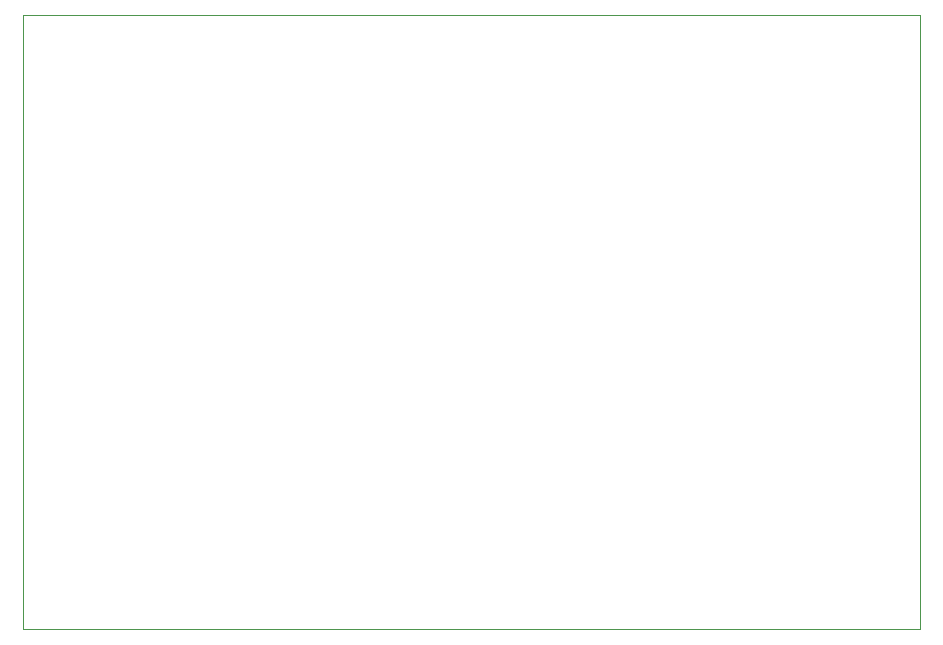
<source format=gm1>
G04 #@! TF.GenerationSoftware,KiCad,Pcbnew,8.0.6*
G04 #@! TF.CreationDate,2025-01-30T10:50:32+01:00*
G04 #@! TF.ProjectId,colorsorter_schematic,636f6c6f-7273-46f7-9274-65725f736368,rev?*
G04 #@! TF.SameCoordinates,Original*
G04 #@! TF.FileFunction,Profile,NP*
%FSLAX46Y46*%
G04 Gerber Fmt 4.6, Leading zero omitted, Abs format (unit mm)*
G04 Created by KiCad (PCBNEW 8.0.6) date 2025-01-30 10:50:32*
%MOMM*%
%LPD*%
G01*
G04 APERTURE LIST*
G04 #@! TA.AperFunction,Profile*
%ADD10C,0.050000*%
G04 #@! TD*
G04 APERTURE END LIST*
D10*
X107160000Y-75930000D02*
X107160000Y-74930000D01*
X183160000Y-74930000D02*
X183160000Y-126930000D01*
X183160000Y-126930000D02*
X107160000Y-126930000D01*
X107160000Y-74930000D02*
X183160000Y-74930000D01*
X107160000Y-126930000D02*
X107160000Y-75930000D01*
M02*

</source>
